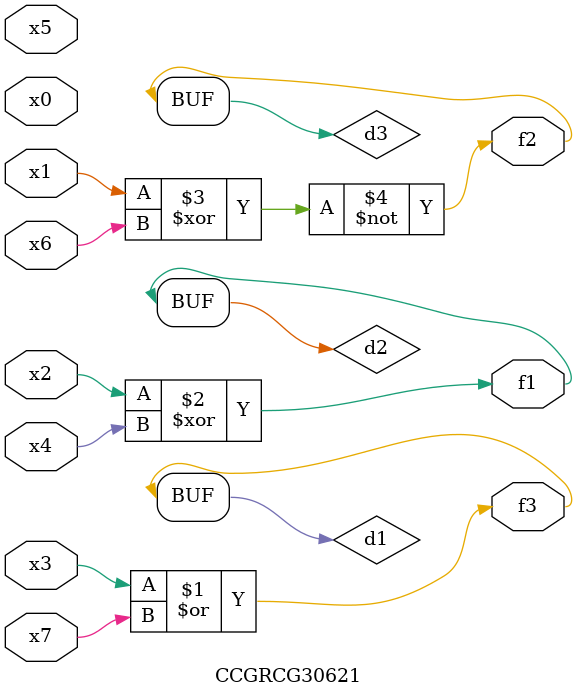
<source format=v>
module CCGRCG30621(
	input x0, x1, x2, x3, x4, x5, x6, x7,
	output f1, f2, f3
);

	wire d1, d2, d3;

	or (d1, x3, x7);
	xor (d2, x2, x4);
	xnor (d3, x1, x6);
	assign f1 = d2;
	assign f2 = d3;
	assign f3 = d1;
endmodule

</source>
